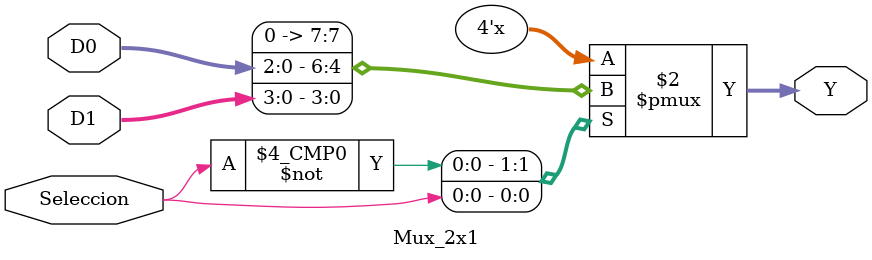
<source format=v>
`timescale 1ns / 1ps
module Mux_2x1(Seleccion,D1,D0,Y);

input wire Seleccion;
input wire [3:0] D1;
input wire [2:0] D0;
output reg [3:0] Y;

always @* 

begin

case(Seleccion)

1'b0: Y <= D0;
1'b1: Y <= D1;

endcase 

end

endmodule

</source>
